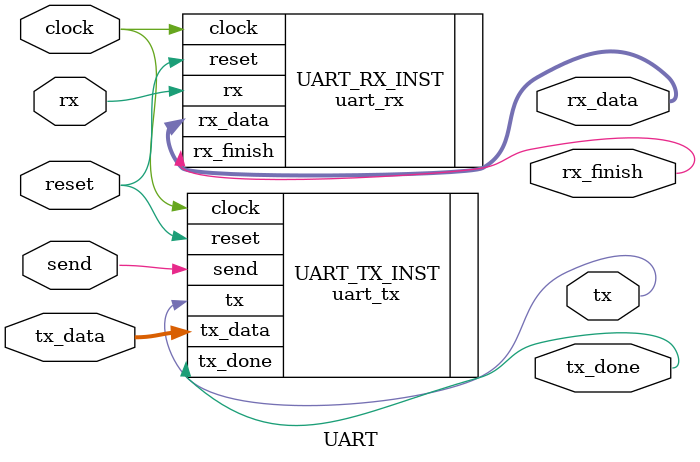
<source format=v>
module UART(
	input	rx,
	input	send,
	input	[7:0] tx_data,
	input 	clock,
	input 	reset,
	output	tx,
	output 	tx_done,
	output 	rx_finish,
	output 	[7:0] rx_data);
	
uart_rx #(.CLKS_PER_BIT(50)) UART_RX_INST
    (.clock(clock),
     .rx(rx),
     .reset(reset),
     .rx_data(rx_data),
     .rx_finish(rx_finish)
     );

uart_tx #(.CLKS_PER_BIT(50)) UART_TX_INST
    (.clock(clock),
     .send(send),
     .tx_data(tx_data),
     .tx(tx),
     .reset(reset),
     .tx_done(tx_done)
     );
 endmodule 
</source>
